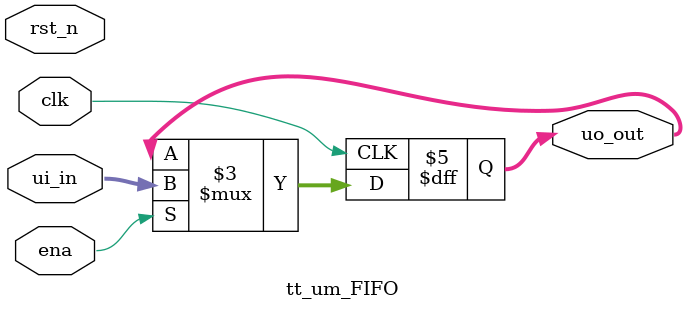
<source format=v>
/*
 * Copyright (c) 2024 Your Name
 * SPDX-License-Identifier: Apache-2.0
 */

`default_nettype none

module tt_um_FIFO (
    input  wire [7:0] ui_in,    // Dedicated inputs
    output wire [7:0] uo_out,  // IOs: Enable path (active high: 0=input, 1=output)
    input  wire       ena,      // will go high when the design is enabled
    input  wire       clk,      // clock
    input  wire       rst_n     // reset_n - low to reset
);

always @(posedge clk) begin
    if (ena == 1'b1) begin
        uo_out <= ui_in;
    end
end

endmodule

</source>
